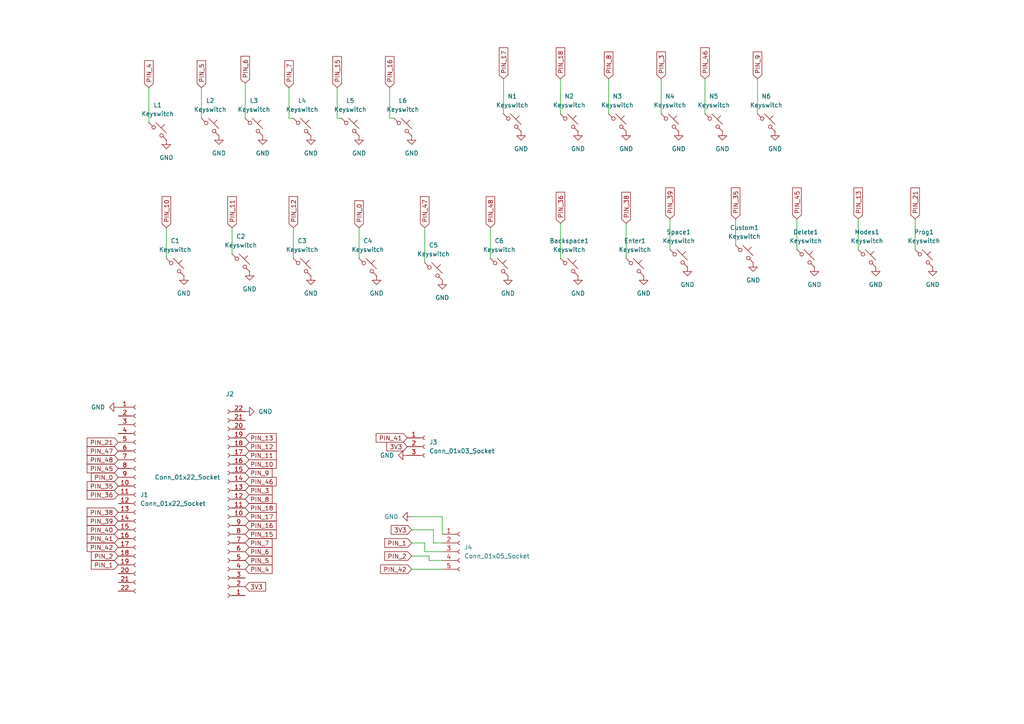
<source format=kicad_sch>
(kicad_sch (version 20250114) (generator "eeschema") (generator_version "9.0")
  (paper "A4")
  (lib_symbols
    (symbol "Connector:Conn_01x03_Socket" (pin_names (offset 1.016) (hide yes))
      (property "Reference" "J" (at 0 5.08 0))
      (property "Value" "Conn_01x03_Socket" (at 0 -5.08 0))
      (symbol "Conn_01x03_Socket_1_1"
        (polyline (pts (xy -1.27 2.54) (xy -0.508 2.54)) (stroke (width 0.1524)))
        (polyline (pts (xy -1.27 0) (xy -0.508 0)) (stroke (width 0.1524)))
        (polyline (pts (xy -1.27 -2.54) (xy -0.508 -2.54)) (stroke (width 0.1524)))
        (arc (start 0 2.032) (mid -0.5058 2.54) (end 0 3.048) (stroke (width 0.1524)))
        (arc (start 0 -0.508) (mid -0.5058 0) (end 0 0.508) (stroke (width 0.1524)))
        (arc (start 0 -3.048) (mid -0.5058 -2.54) (end 0 -2.032) (stroke (width 0.1524)))
        (pin passive line (at -5.08 2.54 0) (length 3.81) (name "Pin_1") (number "1"))
        (pin passive line (at -5.08 0 0) (length 3.81) (name "Pin_2") (number "2"))
        (pin passive line (at -5.08 -2.54 0) (length 3.81) (name "Pin_3") (number "3"))
      )
    )
    (symbol "Connector:Conn_01x05_Socket" (pin_names (offset 1.016) (hide yes))
      (property "Reference" "J" (at 0 7.62 0))
      (property "Value" "Conn_01x05_Socket" (at 0 -7.62 0))
      (symbol "Conn_01x05_Socket_1_1"
        (polyline (pts (xy -1.27 5.08) (xy -0.508 5.08)) (stroke (width 0.1524)))
        (polyline (pts (xy -1.27 2.54) (xy -0.508 2.54)) (stroke (width 0.1524)))
        (polyline (pts (xy -1.27 0) (xy -0.508 0)) (stroke (width 0.1524)))
        (polyline (pts (xy -1.27 -2.54) (xy -0.508 -2.54)) (stroke (width 0.1524)))
        (polyline (pts (xy -1.27 -5.08) (xy -0.508 -5.08)) (stroke (width 0.1524)))
        (arc (start 0 4.572) (mid -0.5058 5.08) (end 0 5.588) (stroke (width 0.1524)))
        (arc (start 0 2.032) (mid -0.5058 2.54) (end 0 3.048) (stroke (width 0.1524)))
        (arc (start 0 -0.508) (mid -0.5058 0) (end 0 0.508) (stroke (width 0.1524)))
        (arc (start 0 -3.048) (mid -0.5058 -2.54) (end 0 -2.032) (stroke (width 0.1524)))
        (arc (start 0 -5.588) (mid -0.5058 -5.08) (end 0 -4.572) (stroke (width 0.1524)))
        (pin passive line (at -5.08 5.08 0) (length 3.81) (name "Pin_1") (number "1"))
        (pin passive line (at -5.08 2.54 0) (length 3.81) (name "Pin_2") (number "2"))
        (pin passive line (at -5.08 0 0) (length 3.81) (name "Pin_3") (number "3"))
        (pin passive line (at -5.08 -2.54 0) (length 3.81) (name "Pin_4") (number "4"))
        (pin passive line (at -5.08 -5.08 0) (length 3.81) (name "Pin_5") (number "5"))
      )
    )
    (symbol "Connector:Conn_01x22_Socket" (pin_names (offset 1.016) (hide yes))
      (property "Reference" "J" (at 0 27.94 0))
      (property "Value" "Conn_01x22_Socket" (at 0 -30.48 0))
      (symbol "Conn_01x22_Socket_1_1"
        (polyline (pts (xy -1.27 25.4) (xy -0.508 25.4)) (stroke (width 0.1524)))
        (polyline (pts (xy -1.27 22.86) (xy -0.508 22.86)) (stroke (width 0.1524)))
        (polyline (pts (xy -1.27 20.32) (xy -0.508 20.32)) (stroke (width 0.1524)))
        (polyline (pts (xy -1.27 17.78) (xy -0.508 17.78)) (stroke (width 0.1524)))
        (polyline (pts (xy -1.27 15.24) (xy -0.508 15.24)) (stroke (width 0.1524)))
        (polyline (pts (xy -1.27 12.7) (xy -0.508 12.7)) (stroke (width 0.1524)))
        (polyline (pts (xy -1.27 10.16) (xy -0.508 10.16)) (stroke (width 0.1524)))
        (polyline (pts (xy -1.27 7.62) (xy -0.508 7.62)) (stroke (width 0.1524)))
        (polyline (pts (xy -1.27 5.08) (xy -0.508 5.08)) (stroke (width 0.1524)))
        (polyline (pts (xy -1.27 2.54) (xy -0.508 2.54)) (stroke (width 0.1524)))
        (polyline (pts (xy -1.27 0) (xy -0.508 0)) (stroke (width 0.1524)))
        (polyline (pts (xy -1.27 -2.54) (xy -0.508 -2.54)) (stroke (width 0.1524)))
        (polyline (pts (xy -1.27 -5.08) (xy -0.508 -5.08)) (stroke (width 0.1524)))
        (polyline (pts (xy -1.27 -7.62) (xy -0.508 -7.62)) (stroke (width 0.1524)))
        (polyline (pts (xy -1.27 -10.16) (xy -0.508 -10.16)) (stroke (width 0.1524)))
        (polyline (pts (xy -1.27 -12.7) (xy -0.508 -12.7)) (stroke (width 0.1524)))
        (polyline (pts (xy -1.27 -15.24) (xy -0.508 -15.24)) (stroke (width 0.1524)))
        (polyline (pts (xy -1.27 -17.78) (xy -0.508 -17.78)) (stroke (width 0.1524)))
        (polyline (pts (xy -1.27 -20.32) (xy -0.508 -20.32)) (stroke (width 0.1524)))
        (polyline (pts (xy -1.27 -22.86) (xy -0.508 -22.86)) (stroke (width 0.1524)))
        (polyline (pts (xy -1.27 -25.4) (xy -0.508 -25.4)) (stroke (width 0.1524)))
        (polyline (pts (xy -1.27 -27.94) (xy -0.508 -27.94)) (stroke (width 0.1524)))
        (arc (start 0 24.892) (mid -0.5058 25.4) (end 0 25.908) (stroke (width 0.1524)))
        (arc (start 0 22.352) (mid -0.5058 22.86) (end 0 23.368) (stroke (width 0.1524)))
        (arc (start 0 19.812) (mid -0.5058 20.32) (end 0 20.828) (stroke (width 0.1524)))
        (arc (start 0 17.272) (mid -0.5058 17.78) (end 0 18.288) (stroke (width 0.1524)))
        (arc (start 0 14.732) (mid -0.5058 15.24) (end 0 15.748) (stroke (width 0.1524)))
        (arc (start 0 12.192) (mid -0.5058 12.7) (end 0 13.208) (stroke (width 0.1524)))
        (arc (start 0 9.652) (mid -0.5058 10.16) (end 0 10.668) (stroke (width 0.1524)))
        (arc (start 0 7.112) (mid -0.5058 7.62) (end 0 8.128) (stroke (width 0.1524)))
        (arc (start 0 4.572) (mid -0.5058 5.08) (end 0 5.588) (stroke (width 0.1524)))
        (arc (start 0 2.032) (mid -0.5058 2.54) (end 0 3.048) (stroke (width 0.1524)))
        (arc (start 0 -0.508) (mid -0.5058 0) (end 0 0.508) (stroke (width 0.1524)))
        (arc (start 0 -3.048) (mid -0.5058 -2.54) (end 0 -2.032) (stroke (width 0.1524)))
        (arc (start 0 -5.588) (mid -0.5058 -5.08) (end 0 -4.572) (stroke (width 0.1524)))
        (arc (start 0 -8.128) (mid -0.5058 -7.62) (end 0 -7.112) (stroke (width 0.1524)))
        (arc (start 0 -10.668) (mid -0.5058 -10.16) (end 0 -9.652) (stroke (width 0.1524)))
        (arc (start 0 -13.208) (mid -0.5058 -12.7) (end 0 -12.192) (stroke (width 0.1524)))
        (arc (start 0 -15.748) (mid -0.5058 -15.24) (end 0 -14.732) (stroke (width 0.1524)))
        (arc (start 0 -18.288) (mid -0.5058 -17.78) (end 0 -17.272) (stroke (width 0.1524)))
        (arc (start 0 -20.828) (mid -0.5058 -20.32) (end 0 -19.812) (stroke (width 0.1524)))
        (arc (start 0 -23.368) (mid -0.5058 -22.86) (end 0 -22.352) (stroke (width 0.1524)))
        (arc (start 0 -25.908) (mid -0.5058 -25.4) (end 0 -24.892) (stroke (width 0.1524)))
        (arc (start 0 -28.448) (mid -0.5058 -27.94) (end 0 -27.432) (stroke (width 0.1524)))
        (pin passive line (at -5.08 25.4 0) (length 3.81) (name "Pin_1") (number "1"))
        (pin passive line (at -5.08 22.86 0) (length 3.81) (name "Pin_2") (number "2"))
        (pin passive line (at -5.08 20.32 0) (length 3.81) (name "Pin_3") (number "3"))
        (pin passive line (at -5.08 17.78 0) (length 3.81) (name "Pin_4") (number "4"))
        (pin passive line (at -5.08 15.24 0) (length 3.81) (name "Pin_5") (number "5"))
        (pin passive line (at -5.08 12.7 0) (length 3.81) (name "Pin_6") (number "6"))
        (pin passive line (at -5.08 10.16 0) (length 3.81) (name "Pin_7") (number "7"))
        (pin passive line (at -5.08 7.62 0) (length 3.81) (name "Pin_8") (number "8"))
        (pin passive line (at -5.08 5.08 0) (length 3.81) (name "Pin_9") (number "9"))
        (pin passive line (at -5.08 2.54 0) (length 3.81) (name "Pin_10") (number "10"))
        (pin passive line (at -5.08 0 0) (length 3.81) (name "Pin_11") (number "11"))
        (pin passive line (at -5.08 -2.54 0) (length 3.81) (name "Pin_12") (number "12"))
        (pin passive line (at -5.08 -5.08 0) (length 3.81) (name "Pin_13") (number "13"))
        (pin passive line (at -5.08 -7.62 0) (length 3.81) (name "Pin_14") (number "14"))
        (pin passive line (at -5.08 -10.16 0) (length 3.81) (name "Pin_15") (number "15"))
        (pin passive line (at -5.08 -12.7 0) (length 3.81) (name "Pin_16") (number "16"))
        (pin passive line (at -5.08 -15.24 0) (length 3.81) (name "Pin_17") (number "17"))
        (pin passive line (at -5.08 -17.78 0) (length 3.81) (name "Pin_18") (number "18"))
        (pin passive line (at -5.08 -20.32 0) (length 3.81) (name "Pin_19") (number "19"))
        (pin passive line (at -5.08 -22.86 0) (length 3.81) (name "Pin_20") (number "20"))
        (pin passive line (at -5.08 -25.4 0) (length 3.81) (name "Pin_21") (number "21"))
        (pin passive line (at -5.08 -27.94 0) (length 3.81) (name "Pin_22") (number "22"))
      )
    )
    (symbol "ScottoKeebs:Placeholder_Keyswitch" (pin_numbers (hide yes)) (pin_names (offset 1.016) (hide yes))
      (property "Reference" "S" (at 3.048 1.016 0))
      (property "Value" "Keyswitch" (at 0 -3.81 0))
      (symbol "Placeholder_Keyswitch_0_1"
        (polyline (pts (xy -2.54 2.54) (xy -1.524 1.524) (xy -1.524 1.524)))
        (circle (center -1.1684 1.1684) (radius 0.508))
        (polyline (pts (xy -0.508 2.54) (xy 2.54 -0.508)))
        (polyline (pts (xy 1.016 1.016) (xy 2.032 2.032)))
        (circle (center 1.143 -1.1938) (radius 0.508))
        (polyline (pts (xy 1.524 -1.524) (xy 2.54 -2.54) (xy 2.54 -2.54) (xy 2.54 -2.54)))
        (pin passive line (at -2.54 2.54 0) (length 0) (name "1") (number "1"))
        (pin passive line (at 2.54 -2.54 180) (length 0) (name "2") (number "2"))
      )
    )
    (symbol "power:GND" (power) (pin_numbers (hide yes)) (pin_names (offset 0) (hide yes))
      (property "Value" "GND" (at 0 -3.81 0))
      (symbol "GND_0_1"
        (polyline (pts (xy 0 0) (xy 0 -1.27) (xy 1.27 -1.27) (xy 0 -2.54) (xy -1.27 -1.27) (xy 0 -1.27)))
      )
      (symbol "GND_1_1"
        (pin power_in line (at 0 0 270) (length 0) (name "~") (number "1"))
      )
    )
  )
  (wire (pts (xy 119.38 157.48) (xy 123.19 157.48)))
  (wire (pts (xy 119.38 153.67) (xy 125.73 153.67)))
  (wire (pts (xy 123.19 66.04) (xy 123.19 76.2)))
  (wire (pts (xy 123.19 160.02) (xy 128.27 160.02)))
  (wire (pts (xy 85.09 66.04) (xy 85.09 74.93)))
  (wire (pts (xy 97.79 34.29) (xy 99.06 34.29)))
  (wire (pts (xy 58.42 25.4) (xy 58.42 34.29)))
  (wire (pts (xy 194.31 63.5) (xy 194.31 72.39)))
  (wire (pts (xy 67.31 66.04) (xy 67.31 73.66)))
  (wire (pts (xy 128.27 149.86) (xy 128.27 154.94)))
  (wire (pts (xy 231.14 63.5) (xy 231.14 72.39)))
  (wire (pts (xy 71.12 24.13) (xy 71.12 34.29)))
  (wire (pts (xy 191.77 22.86) (xy 191.77 33.02)))
  (wire (pts (xy 104.14 66.04) (xy 104.14 74.93)))
  (wire (pts (xy 119.38 161.29) (xy 124.46 161.29)))
  (wire (pts (xy 125.73 157.48) (xy 128.27 157.48)))
  (wire (pts (xy 113.03 25.4) (xy 113.03 34.29)))
  (wire (pts (xy 125.73 153.67) (xy 125.73 157.48)))
  (wire (pts (xy 113.03 34.29) (xy 114.3 34.29)))
  (wire (pts (xy 265.43 63.5) (xy 265.43 72.39)))
  (wire (pts (xy 83.82 34.29) (xy 85.09 34.29)))
  (wire (pts (xy 213.36 63.5) (xy 213.36 71.12)))
  (wire (pts (xy 146.05 22.86) (xy 146.05 33.02)))
  (wire (pts (xy 124.46 161.29) (xy 124.46 162.56)))
  (wire (pts (xy 219.71 22.86) (xy 219.71 33.02)))
  (wire (pts (xy 124.46 162.56) (xy 128.27 162.56)))
  (wire (pts (xy 119.38 149.86) (xy 128.27 149.86)))
  (wire (pts (xy 248.92 63.5) (xy 248.92 72.39)))
  (wire (pts (xy 204.47 22.86) (xy 204.47 33.02)))
  (wire (pts (xy 123.19 157.48) (xy 123.19 160.02)))
  (wire (pts (xy 176.53 33.02) (xy 176.53 22.86)))
  (wire (pts (xy 97.79 25.4) (xy 97.79 34.29)))
  (wire (pts (xy 83.82 25.4) (xy 83.82 34.29)))
  (wire (pts (xy 142.24 66.04) (xy 142.24 74.93)))
  (wire (pts (xy 162.56 22.86) (xy 162.56 33.02)))
  (wire (pts (xy 43.18 25.4) (xy 43.18 35.56)))
  (wire (pts (xy 48.26 66.04) (xy 48.26 74.93)))
  (wire (pts (xy 162.56 64.77) (xy 162.56 74.93)))
  (wire (pts (xy 181.61 64.77) (xy 181.61 74.93)))
  (wire (pts (xy 119.38 165.1) (xy 128.27 165.1)))
  (global_label "PIN_0" (shape input) (at 34.29 138.43 180) (property "Intersheetrefs" "${INTERSHEET_REFS}" (effects (hide yes))))
  (global_label "PIN_5" (shape input) (at 71.12 162.56 0) (property "Intersheetrefs" "${INTERSHEET_REFS}" (effects (hide yes))))
  (global_label "PIN_46" (shape input) (at 71.12 139.7 0) (property "Intersheetrefs" "${INTERSHEET_REFS}" (effects (hide yes))))
  (global_label "PIN_39" (shape input) (at 34.29 151.13 180) (property "Intersheetrefs" "${INTERSHEET_REFS}" (effects (hide yes))))
  (global_label "PIN_6" (shape input) (at 71.12 24.13 90) (property "Intersheetrefs" "${INTERSHEET_REFS}" (effects (hide yes))))
  (global_label "PIN_0" (shape input) (at 104.14 66.04 90) (property "Intersheetrefs" "${INTERSHEET_REFS}" (effects (hide yes))))
  (global_label "PIN_2" (shape input) (at 34.29 161.29 180) (property "Intersheetrefs" "${INTERSHEET_REFS}" (effects (hide yes))))
  (global_label "PIN_21" (shape input) (at 265.43 63.5 90) (property "Intersheetrefs" "${INTERSHEET_REFS}" (effects (hide yes))))
  (global_label "PIN_13" (shape input) (at 71.12 127 0) (property "Intersheetrefs" "${INTERSHEET_REFS}" (effects (hide yes))))
  (global_label "PIN_38" (shape input) (at 181.61 64.77 90) (property "Intersheetrefs" "${INTERSHEET_REFS}" (effects (hide yes))))
  (global_label "PIN_48" (shape input) (at 142.24 66.04 90) (property "Intersheetrefs" "${INTERSHEET_REFS}" (effects (hide yes))))
  (global_label "PIN_36" (shape input) (at 34.29 143.51 180) (property "Intersheetrefs" "${INTERSHEET_REFS}" (effects (hide yes))))
  (global_label "PIN_7" (shape input) (at 71.12 157.48 0) (property "Intersheetrefs" "${INTERSHEET_REFS}" (effects (hide yes))))
  (global_label "PIN_10" (shape input) (at 71.12 134.62 0) (property "Intersheetrefs" "${INTERSHEET_REFS}" (effects (hide yes))))
  (global_label "PIN_18" (shape input) (at 71.12 147.32 0) (property "Intersheetrefs" "${INTERSHEET_REFS}" (effects (hide yes))))
  (global_label "PIN_36" (shape input) (at 162.56 64.77 90) (property "Intersheetrefs" "${INTERSHEET_REFS}" (effects (hide yes))))
  (global_label "PIN_1" (shape input) (at 119.38 157.48 180) (property "Intersheetrefs" "${INTERSHEET_REFS}" (effects (hide yes))))
  (global_label "PIN_21" (shape input) (at 34.29 128.27 180) (property "Intersheetrefs" "${INTERSHEET_REFS}" (effects (hide yes))))
  (global_label "PIN_48" (shape input) (at 34.29 133.35 180) (property "Intersheetrefs" "${INTERSHEET_REFS}" (effects (hide yes))))
  (global_label "PIN_38" (shape input) (at 34.29 148.59 180) (property "Intersheetrefs" "${INTERSHEET_REFS}" (effects (hide yes))))
  (global_label "3V3" (shape input) (at 118.11 129.54 180) (property "Intersheetrefs" "${INTERSHEET_REFS}" (effects (hide yes))))
  (global_label "PIN_12" (shape input) (at 71.12 129.54 0) (property "Intersheetrefs" "${INTERSHEET_REFS}" (effects (hide yes))))
  (global_label "PIN_17" (shape input) (at 71.12 149.86 0) (property "Intersheetrefs" "${INTERSHEET_REFS}" (effects (hide yes))))
  (global_label "PIN_6" (shape input) (at 71.12 160.02 0) (property "Intersheetrefs" "${INTERSHEET_REFS}" (effects (hide yes))))
  (global_label "PIN_15" (shape input) (at 97.79 25.4 90) (property "Intersheetrefs" "${INTERSHEET_REFS}" (effects (hide yes))))
  (global_label "PIN_16" (shape input) (at 71.12 152.4 0) (property "Intersheetrefs" "${INTERSHEET_REFS}" (effects (hide yes))))
  (global_label "PIN_42" (shape input) (at 34.29 158.75 180) (property "Intersheetrefs" "${INTERSHEET_REFS}" (effects (hide yes))))
  (global_label "PIN_42" (shape input) (at 119.38 165.1 180) (property "Intersheetrefs" "${INTERSHEET_REFS}" (effects (hide yes))))
  (global_label "PIN_39" (shape input) (at 194.31 63.5 90) (property "Intersheetrefs" "${INTERSHEET_REFS}" (effects (hide yes))))
  (global_label "PIN_9" (shape input) (at 71.12 137.16 0) (property "Intersheetrefs" "${INTERSHEET_REFS}" (effects (hide yes))))
  (global_label "PIN_2" (shape input) (at 119.38 161.29 180) (property "Intersheetrefs" "${INTERSHEET_REFS}" (effects (hide yes))))
  (global_label "PIN_3" (shape input) (at 191.77 22.86 90) (property "Intersheetrefs" "${INTERSHEET_REFS}" (effects (hide yes))))
  (global_label "3V3" (shape input) (at 119.38 153.67 180) (property "Intersheetrefs" "${INTERSHEET_REFS}" (effects (hide yes))))
  (global_label "PIN_4" (shape input) (at 71.12 165.1 0) (property "Intersheetrefs" "${INTERSHEET_REFS}" (effects (hide yes))))
  (global_label "PIN_35" (shape input) (at 34.29 140.97 180) (property "Intersheetrefs" "${INTERSHEET_REFS}" (effects (hide yes))))
  (global_label "PIN_10" (shape input) (at 48.26 66.04 90) (property "Intersheetrefs" "${INTERSHEET_REFS}" (effects (hide yes))))
  (global_label "PIN_3" (shape input) (at 71.12 142.24 0) (property "Intersheetrefs" "${INTERSHEET_REFS}" (effects (hide yes))))
  (global_label "PIN_9" (shape input) (at 219.71 22.86 90) (property "Intersheetrefs" "${INTERSHEET_REFS}" (effects (hide yes))))
  (global_label "3V3" (shape input) (at 71.12 170.18 0) (property "Intersheetrefs" "${INTERSHEET_REFS}" (effects (hide yes))))
  (global_label "PIN_18" (shape input) (at 162.56 22.86 90) (property "Intersheetrefs" "${INTERSHEET_REFS}" (effects (hide yes))))
  (global_label "PIN_47" (shape input) (at 123.19 66.04 90) (property "Intersheetrefs" "${INTERSHEET_REFS}" (effects (hide yes))))
  (global_label "PIN_46" (shape input) (at 204.47 22.86 90) (property "Intersheetrefs" "${INTERSHEET_REFS}" (effects (hide yes))))
  (global_label "PIN_41" (shape input) (at 34.29 156.21 180) (property "Intersheetrefs" "${INTERSHEET_REFS}" (effects (hide yes))))
  (global_label "PIN_11" (shape input) (at 67.31 66.04 90) (property "Intersheetrefs" "${INTERSHEET_REFS}" (effects (hide yes))))
  (global_label "PIN_40" (shape input) (at 34.29 153.67 180) (property "Intersheetrefs" "${INTERSHEET_REFS}" (effects (hide yes))))
  (global_label "PIN_13" (shape input) (at 248.92 63.5 90) (property "Intersheetrefs" "${INTERSHEET_REFS}" (effects (hide yes))))
  (global_label "PIN_8" (shape input) (at 71.12 144.78 0) (property "Intersheetrefs" "${INTERSHEET_REFS}" (effects (hide yes))))
  (global_label "PIN_41" (shape input) (at 118.11 127 180) (property "Intersheetrefs" "${INTERSHEET_REFS}" (effects (hide yes))))
  (global_label "PIN_35" (shape input) (at 213.36 63.5 90) (property "Intersheetrefs" "${INTERSHEET_REFS}" (effects (hide yes))))
  (global_label "PIN_47" (shape input) (at 34.29 130.81 180) (property "Intersheetrefs" "${INTERSHEET_REFS}" (effects (hide yes))))
  (global_label "PIN_5" (shape input) (at 58.42 25.4 90) (property "Intersheetrefs" "${INTERSHEET_REFS}" (effects (hide yes))))
  (global_label "PIN_1" (shape input) (at 34.29 163.83 180) (property "Intersheetrefs" "${INTERSHEET_REFS}" (effects (hide yes))))
  (global_label "PIN_16" (shape input) (at 113.03 25.4 90) (property "Intersheetrefs" "${INTERSHEET_REFS}" (effects (hide yes))))
  (global_label "PIN_17" (shape input) (at 146.05 22.86 90) (property "Intersheetrefs" "${INTERSHEET_REFS}" (effects (hide yes))))
  (global_label "PIN_45" (shape input) (at 34.29 135.89 180) (property "Intersheetrefs" "${INTERSHEET_REFS}" (effects (hide yes))))
  (global_label "PIN_4" (shape input) (at 43.18 25.4 90) (property "Intersheetrefs" "${INTERSHEET_REFS}" (effects (hide yes))))
  (global_label "PIN_15" (shape input) (at 71.12 154.94 0) (property "Intersheetrefs" "${INTERSHEET_REFS}" (effects (hide yes))))
  (global_label "PIN_12" (shape input) (at 85.09 66.04 90) (property "Intersheetrefs" "${INTERSHEET_REFS}" (effects (hide yes))))
  (global_label "PIN_11" (shape input) (at 71.12 132.08 0) (property "Intersheetrefs" "${INTERSHEET_REFS}" (effects (hide yes))))
  (global_label "PIN_7" (shape input) (at 83.82 25.4 90) (property "Intersheetrefs" "${INTERSHEET_REFS}" (effects (hide yes))))
  (global_label "PIN_45" (shape input) (at 231.14 63.5 90) (property "Intersheetrefs" "${INTERSHEET_REFS}" (effects (hide yes))))
  (global_label "PIN_8" (shape input) (at 176.53 22.86 90) (property "Intersheetrefs" "${INTERSHEET_REFS}" (effects (hide yes))))
  (symbol (lib_id "power:GND") (at 167.64 38.1 0) (unit 1)
    (property "Reference" "#PWR08" (effects (hide yes)))
    (property "Value" "GND" (at 167.64 43.18 0))
    (property "Description" "Power symbol creates a global label with name \"GND\" , ground" (effects (hide yes)))
  )
  (symbol (lib_id "ScottoKeebs:Placeholder_Keyswitch") (at 125.73 78.74 0) (unit 1)
    (property "Reference" "C5" (at 125.73 71.12 0))
    (property "Value" "Keyswitch" (at 125.73 73.66 0))
    (property "Footprint" "ScottoKeebs_MX:MX_PCB_1.00u" (effects (hide yes)))
    (property "Description" "Push button switch, normally open, two pins, 45° tilted" (effects (hide yes)))
  )
  (symbol (lib_id "power:GND") (at 270.51 77.47 0) (unit 1)
    (property "Reference" "#PWR021" (effects (hide yes)))
    (property "Value" "GND" (at 270.51 82.55 0))
    (property "Description" "Power symbol creates a global label with name \"GND\" , ground" (effects (hide yes)))
  )
  (symbol (lib_id "power:GND") (at 128.27 81.28 0) (unit 1)
    (property "Reference" "#PWR022" (effects (hide yes)))
    (property "Value" "GND" (at 128.27 86.36 0))
    (property "Description" "Power symbol creates a global label with name \"GND\" , ground" (effects (hide yes)))
  )
  (symbol (lib_id "ScottoKeebs:Placeholder_Keyswitch") (at 144.78 77.47 0) (unit 1)
    (property "Reference" "C6" (at 144.78 69.85 0))
    (property "Value" "Keyswitch" (at 144.78 72.39 0))
    (property "Footprint" "ScottoKeebs_MX:MX_PCB_1.00u" (effects (hide yes)))
    (property "Description" "Push button switch, normally open, two pins, 45° tilted" (effects (hide yes)))
  )
  (symbol (lib_id "power:GND") (at 53.34 80.01 0) (unit 1)
    (property "Reference" "#PWR013" (effects (hide yes)))
    (property "Value" "GND" (at 53.34 85.09 0))
    (property "Description" "Power symbol creates a global label with name \"GND\" , ground" (effects (hide yes)))
  )
  (symbol (lib_id "power:GND") (at 34.29 118.11 270) (unit 1)
    (property "Reference" "#PWR026" (effects (hide yes)))
    (property "Value" "GND" (at 30.48 118.1099 90) (effects (justify right)))
    (property "Description" "Power symbol creates a global label with name \"GND\" , ground" (effects (hide yes)))
  )
  (symbol (lib_id "power:GND") (at 63.5 39.37 0) (unit 1)
    (property "Reference" "#PWR02" (effects (hide yes)))
    (property "Value" "GND" (at 63.5 44.45 0))
    (property "Description" "Power symbol creates a global label with name \"GND\" , ground" (effects (hide yes)))
  )
  (symbol (lib_id "power:GND") (at 90.17 39.37 0) (unit 1)
    (property "Reference" "#PWR04" (effects (hide yes)))
    (property "Value" "GND" (at 90.17 44.45 0))
    (property "Description" "Power symbol creates a global label with name \"GND\" , ground" (effects (hide yes)))
  )
  (symbol (lib_id "power:GND") (at 186.69 80.01 0) (unit 1)
    (property "Reference" "#PWR025" (effects (hide yes)))
    (property "Value" "GND" (at 186.69 85.09 0))
    (property "Description" "Power symbol creates a global label with name \"GND\" , ground" (effects (hide yes)))
  )
  (symbol (lib_id "Connector:Conn_01x03_Socket") (at 123.19 129.54 0) (unit 1)
    (property "Reference" "J3" (at 124.46 128.2699 0) (effects (justify left)))
    (property "Value" "Conn_01x03_Socket" (at 124.46 130.8099 0) (effects (justify left)))
    (property "Footprint" "Connector_PinSocket_2.54mm:PinSocket_1x03_P2.54mm_Vertical" (effects (hide yes)))
    (property "Description" "Generic connector, single row, 01x03, script generated" (effects (hide yes)))
  )
  (symbol (lib_id "ScottoKeebs:Placeholder_Keyswitch") (at 215.9 73.66 0) (unit 1)
    (property "Reference" "Custom1" (at 215.9 66.04 0))
    (property "Value" "Keyswitch" (at 215.9 68.58 0))
    (property "Footprint" "ScottoKeebs_MX:MX_PCB_1.00u" (effects (hide yes)))
    (property "Description" "Push button switch, normally open, two pins, 45° tilted" (effects (hide yes)))
  )
  (symbol (lib_id "power:GND") (at 48.26 40.64 0) (unit 1)
    (property "Reference" "#PWR01" (effects (hide yes)))
    (property "Value" "GND" (at 48.26 45.72 0))
    (property "Description" "Power symbol creates a global label with name \"GND\" , ground" (effects (hide yes)))
  )
  (symbol (lib_id "ScottoKeebs:Placeholder_Keyswitch") (at 267.97 74.93 0) (unit 1)
    (property "Reference" "Prog1" (at 267.97 67.31 0))
    (property "Value" "Keyswitch" (at 267.97 69.85 0))
    (property "Footprint" "ScottoKeebs_MX:MX_PCB_1.00u" (effects (hide yes)))
    (property "Description" "Push button switch, normally open, two pins, 45° tilted" (effects (hide yes)))
  )
  (symbol (lib_id "ScottoKeebs:Placeholder_Keyswitch") (at 73.66 36.83 0) (unit 1)
    (property "Reference" "L3" (at 73.66 29.21 0))
    (property "Value" "Keyswitch" (at 73.66 31.75 0))
    (property "Footprint" "ScottoKeebs_MX:MX_PCB_1.00u" (effects (hide yes)))
    (property "Description" "Push button switch, normally open, two pins, 45° tilted" (effects (hide yes)))
  )
  (symbol (lib_id "power:GND") (at 167.64 80.01 0) (unit 1)
    (property "Reference" "#PWR024" (effects (hide yes)))
    (property "Value" "GND" (at 167.64 85.09 0))
    (property "Description" "Power symbol creates a global label with name \"GND\" , ground" (effects (hide yes)))
  )
  (symbol (lib_id "power:GND") (at 199.39 77.47 0) (unit 1)
    (property "Reference" "#PWR017" (effects (hide yes)))
    (property "Value" "GND" (at 199.39 82.55 0))
    (property "Description" "Power symbol creates a global label with name \"GND\" , ground" (effects (hide yes)))
  )
  (symbol (lib_id "power:GND") (at 109.22 80.01 0) (unit 1)
    (property "Reference" "#PWR016" (effects (hide yes)))
    (property "Value" "GND" (at 109.22 85.09 0))
    (property "Description" "Power symbol creates a global label with name \"GND\" , ground" (effects (hide yes)))
  )
  (symbol (lib_id "ScottoKeebs:Placeholder_Keyswitch") (at 196.85 74.93 0) (unit 1)
    (property "Reference" "Space1" (at 196.85 67.31 0))
    (property "Value" "Keyswitch" (at 196.85 69.85 0))
    (property "Footprint" "ScottoKeebs_MX:MX_PCB_1.00u" (effects (hide yes)))
    (property "Description" "Push button switch, normally open, two pins, 45° tilted" (effects (hide yes)))
  )
  (symbol (lib_id "ScottoKeebs:Placeholder_Keyswitch") (at 106.68 77.47 0) (unit 1)
    (property "Reference" "C4" (at 106.68 69.85 0))
    (property "Value" "Keyswitch" (at 106.68 72.39 0))
    (property "Footprint" "ScottoKeebs_MX:MX_PCB_1.00u" (effects (hide yes)))
    (property "Description" "Push button switch, normally open, two pins, 45° tilted" (effects (hide yes)))
  )
  (symbol (lib_id "power:GND") (at 147.32 80.01 0) (unit 1)
    (property "Reference" "#PWR023" (effects (hide yes)))
    (property "Value" "GND" (at 147.32 85.09 0))
    (property "Description" "Power symbol creates a global label with name \"GND\" , ground" (effects (hide yes)))
  )
  (symbol (lib_id "power:GND") (at 236.22 77.47 0) (unit 1)
    (property "Reference" "#PWR019" (effects (hide yes)))
    (property "Value" "GND" (at 236.22 82.55 0))
    (property "Description" "Power symbol creates a global label with name \"GND\" , ground" (effects (hide yes)))
  )
  (symbol (lib_id "ScottoKeebs:Placeholder_Keyswitch") (at 165.1 77.47 0) (unit 1)
    (property "Reference" "Backspace1" (at 165.1 69.85 0))
    (property "Value" "Keyswitch" (at 165.1 72.39 0))
    (property "Footprint" "ScottoKeebs_MX:MX_PCB_1.00u" (effects (hide yes)))
    (property "Description" "Push button switch, normally open, two pins, 45° tilted" (effects (hide yes)))
  )
  (symbol (lib_id "power:GND") (at 119.38 149.86 270) (unit 1)
    (property "Reference" "#PWR028" (effects (hide yes)))
    (property "Value" "GND" (at 115.57 149.8599 90) (effects (justify right)))
    (property "Description" "Power symbol creates a global label with name \"GND\" , ground" (effects (hide yes)))
  )
  (symbol (lib_id "ScottoKeebs:Placeholder_Keyswitch") (at 222.25 35.56 0) (unit 1)
    (property "Reference" "N6" (at 222.25 27.94 0))
    (property "Value" "Keyswitch" (at 222.25 30.48 0))
    (property "Footprint" "ScottoKeebs_MX:MX_PCB_1.00u" (effects (hide yes)))
    (property "Description" "Push button switch, normally open, two pins, 45° tilted" (effects (hide yes)))
  )
  (symbol (lib_id "ScottoKeebs:Placeholder_Keyswitch") (at 184.15 77.47 0) (unit 1)
    (property "Reference" "Enter1" (at 184.15 69.85 0))
    (property "Value" "Keyswitch" (at 184.15 72.39 0))
    (property "Footprint" "ScottoKeebs_MX:MX_PCB_1.00u" (effects (hide yes)))
    (property "Description" "Push button switch, normally open, two pins, 45° tilted" (effects (hide yes)))
  )
  (symbol (lib_id "ScottoKeebs:Placeholder_Keyswitch") (at 207.01 35.56 0) (unit 1)
    (property "Reference" "N5" (at 207.01 27.94 0))
    (property "Value" "Keyswitch" (at 207.01 30.48 0))
    (property "Footprint" "ScottoKeebs_MX:MX_PCB_1.00u" (effects (hide yes)))
    (property "Description" "Push button switch, normally open, two pins, 45° tilted" (effects (hide yes)))
  )
  (symbol (lib_id "power:GND") (at 90.17 80.01 0) (unit 1)
    (property "Reference" "#PWR015" (effects (hide yes)))
    (property "Value" "GND" (at 90.17 85.09 0))
    (property "Description" "Power symbol creates a global label with name \"GND\" , ground" (effects (hide yes)))
  )
  (symbol (lib_id "power:GND") (at 151.13 38.1 0) (unit 1)
    (property "Reference" "#PWR07" (effects (hide yes)))
    (property "Value" "GND" (at 151.13 43.18 0))
    (property "Description" "Power symbol creates a global label with name \"GND\" , ground" (effects (hide yes)))
  )
  (symbol (lib_id "power:GND") (at 76.2 39.37 0) (unit 1)
    (property "Reference" "#PWR03" (effects (hide yes)))
    (property "Value" "GND" (at 76.2 44.45 0))
    (property "Description" "Power symbol creates a global label with name \"GND\" , ground" (effects (hide yes)))
  )
  (symbol (lib_id "ScottoKeebs:Placeholder_Keyswitch") (at 179.07 35.56 0) (unit 1)
    (property "Reference" "N3" (at 179.07 27.94 0))
    (property "Value" "Keyswitch" (at 179.07 30.48 0))
    (property "Footprint" "ScottoKeebs_MX:MX_PCB_1.00u" (effects (hide yes)))
    (property "Description" "Push button switch, normally open, two pins, 45° tilted" (effects (hide yes)))
  )
  (symbol (lib_id "Connector:Conn_01x22_Socket") (at 39.37 143.51 0) (unit 1)
    (property "Reference" "J1" (at 40.64 143.5099 0) (effects (justify left)))
    (property "Value" "Conn_01x22_Socket" (at 40.64 146.0499 0) (effects (justify left)))
    (property "Footprint" "Connector_PinSocket_2.54mm:PinSocket_1x22_P2.54mm_Vertical" (effects (hide yes)))
    (property "Description" "Generic connector, single row, 01x22, script generated" (effects (hide yes)))
  )
  (symbol (lib_id "power:GND") (at 72.39 78.74 0) (unit 1)
    (property "Reference" "#PWR014" (effects (hide yes)))
    (property "Value" "GND" (at 72.39 83.82 0))
    (property "Description" "Power symbol creates a global label with name \"GND\" , ground" (effects (hide yes)))
  )
  (symbol (lib_id "ScottoKeebs:Placeholder_Keyswitch") (at 194.31 35.56 0) (unit 1)
    (property "Reference" "N4" (at 194.31 27.94 0))
    (property "Value" "Keyswitch" (at 194.31 30.48 0))
    (property "Footprint" "ScottoKeebs_MX:MX_PCB_1.00u" (effects (hide yes)))
    (property "Description" "Push button switch, normally open, two pins, 45° tilted" (effects (hide yes)))
  )
  (symbol (lib_id "ScottoKeebs:Placeholder_Keyswitch") (at 87.63 77.47 0) (unit 1)
    (property "Reference" "C3" (at 87.63 69.85 0))
    (property "Value" "Keyswitch" (at 87.63 72.39 0))
    (property "Footprint" "ScottoKeebs_MX:MX_PCB_1.00u" (effects (hide yes)))
    (property "Description" "Push button switch, normally open, two pins, 45° tilted" (effects (hide yes)))
  )
  (symbol (lib_id "power:GND") (at 218.44 76.2 0) (unit 1)
    (property "Reference" "#PWR018" (effects (hide yes)))
    (property "Value" "GND" (at 218.44 81.28 0))
    (property "Description" "Power symbol creates a global label with name \"GND\" , ground" (effects (hide yes)))
  )
  (symbol (lib_id "ScottoKeebs:Placeholder_Keyswitch") (at 45.72 38.1 0) (unit 1)
    (property "Reference" "L1" (at 45.72 30.48 0))
    (property "Value" "Keyswitch" (at 45.72 33.02 0))
    (property "Footprint" "ScottoKeebs_MX:MX_PCB_1.00u" (effects (hide yes)))
    (property "Description" "Push button switch, normally open, two pins, 45° tilted" (effects (hide yes)))
  )
  (symbol (lib_id "ScottoKeebs:Placeholder_Keyswitch") (at 165.1 35.56 0) (unit 1)
    (property "Reference" "N2" (at 165.1 27.94 0))
    (property "Value" "Keyswitch" (at 165.1 30.48 0))
    (property "Footprint" "ScottoKeebs_MX:MX_PCB_1.00u" (effects (hide yes)))
    (property "Description" "Push button switch, normally open, two pins, 45° tilted" (effects (hide yes)))
  )
  (symbol (lib_id "power:GND") (at 254 77.47 0) (unit 1)
    (property "Reference" "#PWR020" (effects (hide yes)))
    (property "Value" "GND" (at 254 82.55 0))
    (property "Description" "Power symbol creates a global label with name \"GND\" , ground" (effects (hide yes)))
  )
  (symbol (lib_id "Connector:Conn_01x22_Socket") (at 66.04 147.32 180) (unit 1)
    (property "Reference" "J2" (at 66.675 114.3 0))
    (property "Value" "Conn_01x22_Socket" (at 54.356 138.43 0))
    (property "Footprint" "Connector_PinSocket_2.54mm:PinSocket_1x22_P2.54mm_Vertical" (effects (hide yes)))
    (property "Description" "Generic connector, single row, 01x22, script generated" (effects (hide yes)))
  )
  (symbol (lib_id "power:GND") (at 71.12 119.38 90) (unit 1)
    (property "Reference" "#PWR027" (effects (hide yes)))
    (property "Value" "GND" (at 74.93 119.3799 90) (effects (justify right)))
    (property "Description" "Power symbol creates a global label with name \"GND\" , ground" (effects (hide yes)))
  )
  (symbol (lib_id "power:GND") (at 224.79 38.1 0) (unit 1)
    (property "Reference" "#PWR012" (effects (hide yes)))
    (property "Value" "GND" (at 224.79 43.18 0))
    (property "Description" "Power symbol creates a global label with name \"GND\" , ground" (effects (hide yes)))
  )
  (symbol (lib_id "power:GND") (at 181.61 38.1 0) (unit 1)
    (property "Reference" "#PWR09" (effects (hide yes)))
    (property "Value" "GND" (at 181.61 43.18 0))
    (property "Description" "Power symbol creates a global label with name \"GND\" , ground" (effects (hide yes)))
  )
  (symbol (lib_id "ScottoKeebs:Placeholder_Keyswitch") (at 233.68 74.93 0) (unit 1)
    (property "Reference" "Delete1" (at 233.68 67.31 0))
    (property "Value" "Keyswitch" (at 233.68 69.85 0))
    (property "Footprint" "ScottoKeebs_MX:MX_PCB_1.00u" (effects (hide yes)))
    (property "Description" "Push button switch, normally open, two pins, 45° tilted" (effects (hide yes)))
  )
  (symbol (lib_id "ScottoKeebs:Placeholder_Keyswitch") (at 60.96 36.83 0) (unit 1)
    (property "Reference" "L2" (at 60.96 29.21 0))
    (property "Value" "Keyswitch" (at 60.96 31.75 0))
    (property "Footprint" "ScottoKeebs_MX:MX_PCB_1.00u" (effects (hide yes)))
    (property "Description" "Push button switch, normally open, two pins, 45° tilted" (effects (hide yes)))
  )
  (symbol (lib_id "power:GND") (at 118.11 132.08 270) (unit 1)
    (property "Reference" "#PWR029" (effects (hide yes)))
    (property "Value" "GND" (at 114.3 132.0799 90) (effects (justify right)))
    (property "Description" "Power symbol creates a global label with name \"GND\" , ground" (effects (hide yes)))
  )
  (symbol (lib_id "power:GND") (at 196.85 38.1 0) (unit 1)
    (property "Reference" "#PWR010" (effects (hide yes)))
    (property "Value" "GND" (at 196.85 43.18 0))
    (property "Description" "Power symbol creates a global label with name \"GND\" , ground" (effects (hide yes)))
  )
  (symbol (lib_id "ScottoKeebs:Placeholder_Keyswitch") (at 87.63 36.83 0) (unit 1)
    (property "Reference" "L4" (at 87.63 29.21 0))
    (property "Value" "Keyswitch" (at 87.63 31.75 0))
    (property "Footprint" "ScottoKeebs_MX:MX_PCB_1.00u" (effects (hide yes)))
    (property "Description" "Push button switch, normally open, two pins, 45° tilted" (effects (hide yes)))
  )
  (symbol (lib_id "ScottoKeebs:Placeholder_Keyswitch") (at 148.59 35.56 0) (unit 1)
    (property "Reference" "N1" (at 148.59 27.94 0))
    (property "Value" "Keyswitch" (at 148.59 30.48 0))
    (property "Footprint" "ScottoKeebs_MX:MX_PCB_1.00u" (effects (hide yes)))
    (property "Description" "Push button switch, normally open, two pins, 45° tilted" (effects (hide yes)))
  )
  (symbol (lib_id "ScottoKeebs:Placeholder_Keyswitch") (at 101.6 36.83 0) (unit 1)
    (property "Reference" "L5" (at 101.6 29.21 0))
    (property "Value" "Keyswitch" (at 101.6 31.75 0))
    (property "Footprint" "ScottoKeebs_MX:MX_PCB_1.00u" (effects (hide yes)))
    (property "Description" "Push button switch, normally open, two pins, 45° tilted" (effects (hide yes)))
  )
  (symbol (lib_id "ScottoKeebs:Placeholder_Keyswitch") (at 116.84 36.83 0) (unit 1)
    (property "Reference" "L6" (at 116.84 29.21 0))
    (property "Value" "Keyswitch" (at 116.84 31.75 0))
    (property "Footprint" "ScottoKeebs_MX:MX_PCB_1.00u" (effects (hide yes)))
    (property "Description" "Push button switch, normally open, two pins, 45° tilted" (effects (hide yes)))
  )
  (symbol (lib_id "power:GND") (at 104.14 39.37 0) (unit 1)
    (property "Reference" "#PWR05" (effects (hide yes)))
    (property "Value" "GND" (at 104.14 44.45 0))
    (property "Description" "Power symbol creates a global label with name \"GND\" , ground" (effects (hide yes)))
  )
  (symbol (lib_id "ScottoKeebs:Placeholder_Keyswitch") (at 50.8 77.47 0) (unit 1)
    (property "Reference" "C1" (at 50.8 69.85 0))
    (property "Value" "Keyswitch" (at 50.8 72.39 0))
    (property "Footprint" "ScottoKeebs_MX:MX_PCB_1.00u" (effects (hide yes)))
    (property "Description" "Push button switch, normally open, two pins, 45° tilted" (effects (hide yes)))
  )
  (symbol (lib_id "power:GND") (at 209.55 38.1 0) (unit 1)
    (property "Reference" "#PWR011" (effects (hide yes)))
    (property "Value" "GND" (at 209.55 43.18 0))
    (property "Description" "Power symbol creates a global label with name \"GND\" , ground" (effects (hide yes)))
  )
  (symbol (lib_id "ScottoKeebs:Placeholder_Keyswitch") (at 251.46 74.93 0) (unit 1)
    (property "Reference" "Modes1" (at 251.46 67.31 0))
    (property "Value" "Keyswitch" (at 251.46 69.85 0))
    (property "Footprint" "ScottoKeebs_MX:MX_PCB_1.00u" (effects (hide yes)))
    (property "Description" "Push button switch, normally open, two pins, 45° tilted" (effects (hide yes)))
  )
  (symbol (lib_id "power:GND") (at 119.38 39.37 0) (unit 1)
    (property "Reference" "#PWR06" (effects (hide yes)))
    (property "Value" "GND" (at 119.38 44.45 0))
    (property "Description" "Power symbol creates a global label with name \"GND\" , ground" (effects (hide yes)))
  )
  (symbol (lib_id "Connector:Conn_01x05_Socket") (at 133.35 160.02 0) (unit 1)
    (property "Reference" "J4" (at 134.62 158.7499 0) (effects (justify left)))
    (property "Value" "Conn_01x05_Socket" (at 134.62 161.2899 0) (effects (justify left)))
    (property "Footprint" "Connector_PinSocket_2.54mm:PinSocket_1x05_P2.54mm_Vertical" (effects (hide yes)))
    (property "Description" "Generic connector, single row, 01x05, script generated" (effects (hide yes)))
  )
  (symbol (lib_id "ScottoKeebs:Placeholder_Keyswitch") (at 69.85 76.2 0) (unit 1)
    (property "Reference" "C2" (at 69.85 68.58 0))
    (property "Value" "Keyswitch" (at 69.85 71.12 0))
    (property "Footprint" "ScottoKeebs_MX:MX_PCB_1.00u" (effects (hide yes)))
    (property "Description" "Push button switch, normally open, two pins, 45° tilted" (effects (hide yes)))
  )
)
</source>
